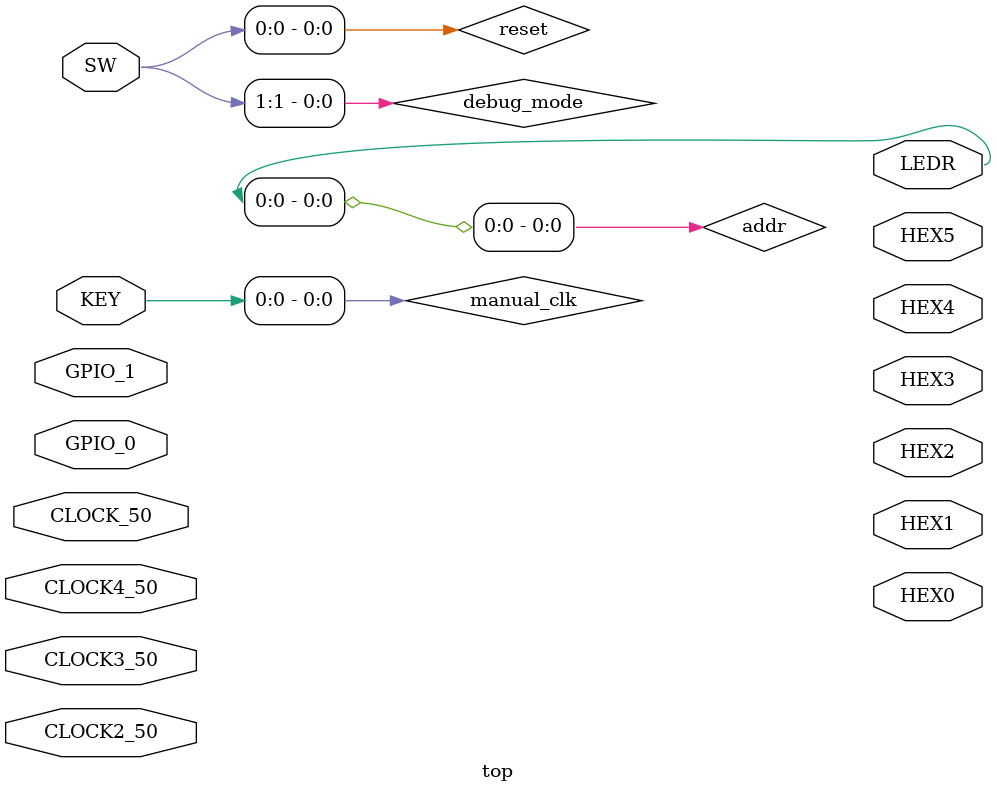
<source format=sv>

module top (
    ///////// CLOCK2 /////////
    input              CLOCK2_50,
    ///////// CLOCK3 /////////
    input              CLOCK3_50,
    ///////// CLOCK4 /////////
    input              CLOCK4_50,
    ///////// CLOCK /////////
    input              CLOCK_50,

    ///////// GPIO /////////
    inout [35:0] GPIO_0,
    inout [35:0] GPIO_1,
    ///////// HEX0 /////////
    output      [6:0]  HEX0,
    ///////// HEX1 /////////
    output      [6:0]  HEX1,
    ///////// HEX2 /////////
    output      [6:0]  HEX2,
    ///////// HEX3 /////////
    output      [6:0]  HEX3,
    ///////// HEX4 /////////
    output      [6:0]  HEX4,
    ///////// HEX5 /////////
    output      [6:0]  HEX5,
    ///////// KEY /////////
    input       [3:0]  KEY,

    ///////// LEDR /////////
    output [7:0] LEDR,

    ///////// SW /////////
    input [9:0] SW
);

  // KEY 0 es clk manual 
  wire debug_mode;
  assign debug_mode = SW[1];

  wire manual_clk;
  assign manual_clk = KEY[0];

	wire [31:0] addr;

	assign LEDR[0] = addr[0];

  wire clk;
  assign clk = (debug_mode)?  CLOCK_50 : manual_clk;

  wire reset;
  assign reset = SW[0];


endmodule

</source>
